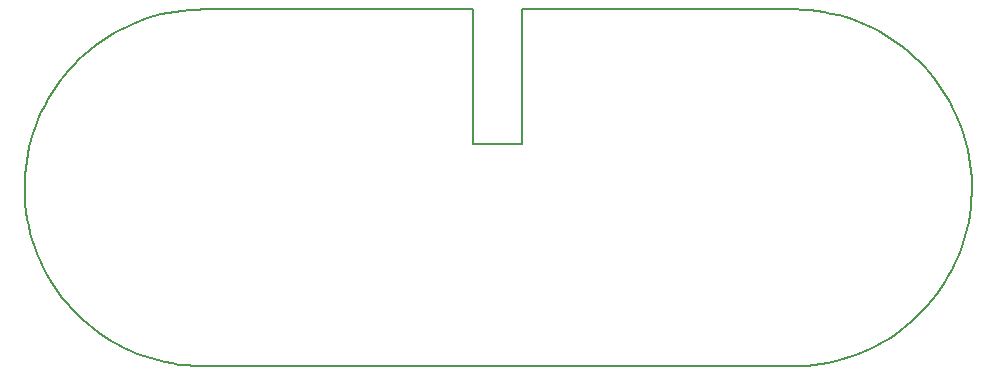
<source format=gko>
*
%FSLAX26Y26*%
%MOIN*%
%ADD10C,0.005906*%
%IPPOS*%
%LNc4282frc04a0.gbr_tmp*%
%LPD*%
G75*
G54D10*
X2559203Y0D02*
X2583422Y333D01*
X2607607Y1652D01*
X2631719Y3956D01*
X2655717Y7239D01*
X2679561Y11498D01*
X2703211Y16724D01*
X2726629Y22909D01*
X2749776Y30043D01*
X2772613Y38113D01*
X2795103Y47108D01*
X2817207Y57011D01*
X2838889Y67806D01*
X2860114Y79475D01*
X2880846Y92000D01*
X2901051Y105358D01*
X2920694Y119528D01*
X2939744Y134487D01*
X2958169Y150209D01*
X2975938Y166669D01*
X2993023Y183839D01*
X3009393Y201690D01*
X3025023Y220194D01*
X3039886Y239319D01*
X3053957Y259033D01*
X3067214Y279304D01*
X3079635Y300099D01*
X3091198Y321382D01*
X3101884Y343118D01*
X3111676Y365272D01*
X3120558Y387806D01*
X3128514Y410683D01*
X3135532Y433865D01*
X3141599Y457314D01*
X3146707Y480991D01*
X3150846Y504856D01*
X3154009Y528869D01*
X3156192Y552992D01*
X3157390Y577184D01*
X3157601Y601404D01*
X3156826Y625613D01*
X3155066Y649770D01*
X3152323Y673835D01*
X3148601Y697769D01*
X3143908Y721531D01*
X3138252Y745083D01*
X3131640Y768384D01*
X3124085Y791397D01*
X3115598Y814083D01*
X3106195Y836404D01*
X3095890Y858324D01*
X3084701Y879806D01*
X3072646Y900814D01*
X3059745Y921314D01*
X3046020Y941271D01*
X3031494Y960653D01*
X3016190Y979427D01*
X3000134Y997562D01*
X2983353Y1015027D01*
X2965874Y1031795D01*
X2947726Y1047837D01*
X2928941Y1063126D01*
X2909548Y1077638D01*
X2889580Y1091347D01*
X2869070Y1104232D01*
X2848052Y1116270D01*
X2826562Y1127443D01*
X2804634Y1137731D01*
X2782305Y1147117D01*
X2759613Y1155586D01*
X2736594Y1163123D01*
X2713288Y1169716D01*
X2689732Y1175355D01*
X2665966Y1180029D01*
X2642030Y1183732D01*
X2617962Y1186456D01*
X2593803Y1188198D01*
X2569594Y1188954D01*
X2567077Y1188976D01*
X598573D02*
X1496211D01*
X590699Y0D02*
X1574951D01*
X598573Y1188976D02*
X574354Y1188643D01*
X550169Y1187324D01*
X526058Y1185021D01*
X502060Y1181737D01*
X478216Y1177479D01*
X454565Y1172253D01*
X431147Y1166068D01*
X408000Y1158934D01*
X385163Y1150863D01*
X362674Y1141869D01*
X340570Y1131965D01*
X318887Y1121170D01*
X297662Y1109501D01*
X276930Y1096977D01*
X256726Y1083618D01*
X237082Y1069448D01*
X218032Y1054489D01*
X199607Y1038767D01*
X181838Y1022307D01*
X164754Y1005138D01*
X148384Y987286D01*
X132754Y968783D01*
X117891Y949658D01*
X103819Y929943D01*
X90562Y909672D01*
X78142Y888878D01*
X66579Y867595D01*
X55893Y845858D01*
X46101Y823705D01*
X37219Y801171D01*
X29263Y778294D01*
X22245Y755111D01*
X16177Y731662D01*
X11070Y707986D01*
X6931Y684121D01*
X3768Y660107D01*
X1585Y635984D01*
X387Y611793D01*
X175Y587572D01*
X950Y563364D01*
X2711Y539206D01*
X5454Y515141D01*
X9175Y491207D01*
X13868Y467445D01*
X19525Y443894D01*
X26137Y420592D01*
X33692Y397580D01*
X42178Y374894D01*
X51582Y352572D01*
X61886Y330652D01*
X73076Y309171D01*
X85131Y288162D01*
X98031Y267663D01*
X111756Y247705D01*
X126283Y228324D01*
X141587Y209550D01*
X157643Y191415D01*
X174424Y173949D01*
X191903Y157181D01*
X210050Y141139D01*
X228836Y125850D01*
X248229Y111339D01*
X268197Y97629D01*
X288706Y84744D01*
X309724Y72706D01*
X331215Y61533D01*
X353143Y51246D01*
X375471Y41860D01*
X398164Y33391D01*
X421182Y25854D01*
X444489Y19260D01*
X468045Y13621D01*
X491810Y8947D01*
X515747Y5244D01*
X539815Y2520D01*
X563973Y778D01*
X588182Y22D01*
X590699Y0D01*
X1657628Y1188976D02*
X2567077D01*
X1574951Y0D02*
X2559203D01*
X1657628Y740157D02*
Y1188976D01*
X1496211Y740157D02*
X1657628D01*
X1496211D02*
Y1188976D01*
M02*

</source>
